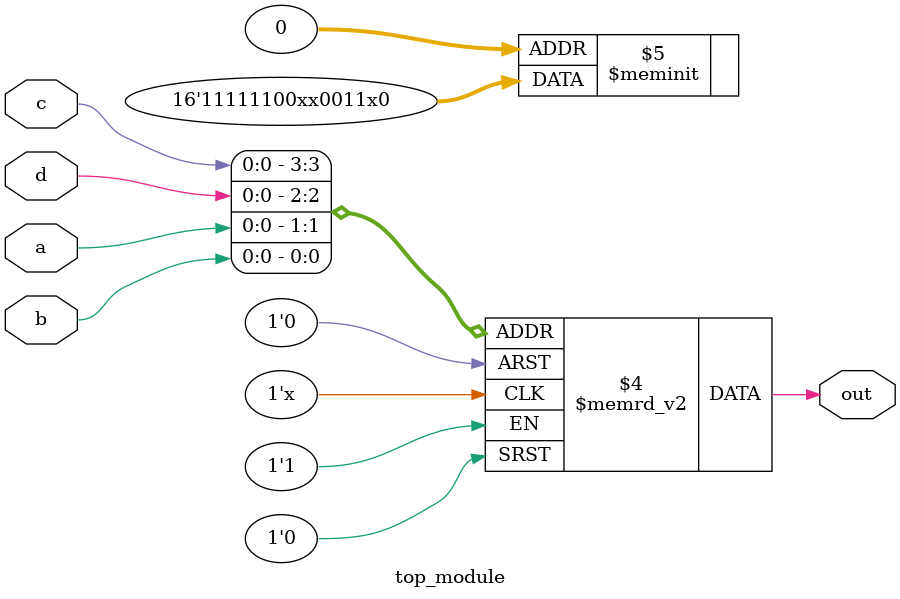
<source format=sv>
module top_module (
    input a, 
    input b,
    input c,
    input d,
    output reg out
);

always @(*) begin
    case ({c, d, a, b})
        4'b0000: out = 0; // 00 corresponds to 0 in the Karnaugh map
        4'b0001: out = 'bx; // 01 corresponds to don't care, but setting it to an arbitrary value
        4'b0010: out = 1; // 10 corresponds to 1 in the Karnaugh map
        4'b0011: out = 1; // 11 corresponds to 1 in the Karnaugh map

        4'b0100: out = 0; // 00 corresponds to 0 in the Karnaugh map
        4'b0101: out = 0; // 01 corresponds to 0 in the Karnaugh map
        4'b0110: out = 'bx; // 10 corresponds to don't care
        4'b0111: out = 'bx; // 11 corresponds to don't care

        4'b1000: out = 0; // 00 corresponds to 0 in the Karnaugh map
        4'b1001: out = 0; // 01 corresponds to 0 in the Karnaugh map
        4'b1010: out = 1; // 10 corresponds to 1 in the Karnaugh map
        4'b1011: out = 1; // 11 corresponds to 1 in the Karnaugh map

        4'b1100: out = 1; // 00 corresponds to 1 in the Karnaugh map
        4'b1101: out = 1; // 01 corresponds to 1 in the Karnaugh map
        4'b1110: out = 1; // 10 corresponds to 1 in the Karnaugh map
        4'b1111: out = 1; // 11 corresponds to 1 in the Karnaugh map
        
        default: out = 0; // Default output value
    endcase
end

endmodule

</source>
